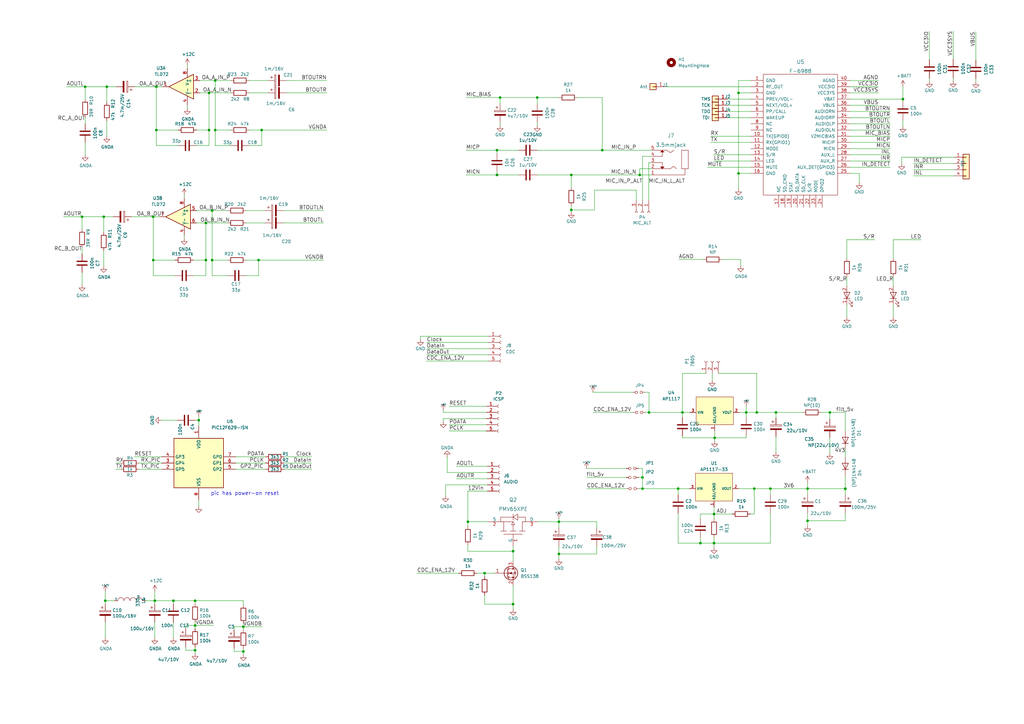
<source format=kicad_sch>
(kicad_sch (version 20211123) (generator eeschema)
  (paper "A3")
  (title_block (date "12 mar 2014"))
  (junction (at 34.925 35.56))
  (junction (at 266.192 169.164))
  (junction (at 346.71 200.533))
  (junction (at 107.315 53.34))
  (junction (at 71.12 246.38))
  (junction (at 86.995 86.36))
  (junction (at 287.274 222.758))
  (junction (at 64.135 53.34))
  (junction (at 85.725 53.34))
  (junction (at 99.822 257.048))
  (junction (at 220.345 40.005))
  (junction (at 81.5086 172.3644))
  (junction (at 86.995 106.68))
  (junction (at 315.976 200.406))
  (junction (at 331.216 200.406))
  (junction (at 292.862 222.758))
  (junction (at 318.262 169.164))
  (junction (at 203.835 71.755))
  (junction (at 198.755 235.077))
  (junction (at 99.822 267.208))
  (junction (at 64.135 35.56))
  (junction (at 203.835 61.595))
  (junction (at 234.315 71.755))
  (junction (at 309.372 200.406))
  (junction (at 302.895 38.1))
  (junction (at 84.455 106.68))
  (junction (at 229.235 213.995))
  (junction (at 191.897 213.995))
  (junction (at 263.525 200.406))
  (junction (at 292.862 210.82))
  (junction (at 210.439 226.06))
  (junction (at 88.265 33.02))
  (junction (at 80.01 246.38))
  (junction (at 263.525 195.834))
  (junction (at 43.18 246.38))
  (junction (at 80.01 256.54))
  (junction (at 370.332 40.64))
  (junction (at 262.382 71.755))
  (junction (at 63.5 246.38))
  (junction (at 33.655 88.9))
  (junction (at 43.815 35.56))
  (junction (at 310.388 169.164))
  (junction (at 278.13 200.406))
  (junction (at 302.895 71.12))
  (junction (at 293.116 179.578))
  (junction (at 340.36 169.164))
  (junction (at 229.235 227.203))
  (junction (at 234.315 86.106))
  (junction (at 346.71 200.406))
  (junction (at 42.545 88.9))
  (junction (at 210.439 247.777))
  (junction (at 62.865 88.9))
  (junction (at 80.01 266.7))
  (junction (at 84.455 91.44))
  (junction (at 205.105 40.005))
  (junction (at 85.725 38.1))
  (junction (at 279.908 169.164))
  (junction (at 247.015 61.595))
  (junction (at 88.265 53.34))
  (junction (at 306.07 169.164))
  (junction (at 106.045 106.68))
  (junction (at 62.865 106.68))
  (junction (at 331.216 213.614))
  (wire (pts (xy 262.001 200.406) (xy 263.525 200.406)))
  (wire (pts (xy 391.16 67.056) (xy 374.65 67.056)))
  (wire (pts (xy 84.455 91.44) (xy 93.345 91.44)))
  (wire (pts (xy 73.025 53.34) (xy 64.135 53.34)))
  (wire (pts (xy 84.455 91.44) (xy 84.455 106.68)))
  (wire (pts (xy 348.615 53.34) (xy 365.125 53.34)))
  (wire (pts (xy 346.71 210.566) (xy 346.71 213.614)))
  (wire (pts (xy 243.332 169.164) (xy 259.588 169.164)))
  (wire (pts (xy 96.012 257.048) (xy 99.822 257.048)))
  (wire (pts (xy 331.216 197.866) (xy 331.216 200.406)))
  (wire (pts (xy 81.5086 205.1558) (xy 81.5086 207.6958)))
  (wire (pts (xy 266.065 66.675) (xy 267.335 66.675)))
  (wire (pts (xy 287.274 222.758) (xy 292.862 222.758)))
  (wire (pts (xy 348.615 43.18) (xy 360.2482 43.18)))
  (wire (pts (xy 200.279 213.995) (xy 191.897 213.995)))
  (wire (pts (xy 63.5 242.57) (xy 63.5 246.38)))
  (wire (pts (xy 346.71 202.946) (xy 346.71 200.533)))
  (wire (pts (xy 263.525 200.406) (xy 278.13 200.406)))
  (wire (pts (xy 307.975 55.88) (xy 291.465 55.88)))
  (wire (pts (xy 33.655 101.6) (xy 33.655 104.14)))
  (wire (pts (xy 220.345 42.545) (xy 220.345 40.005)))
  (wire (pts (xy 348.615 48.26) (xy 365.125 48.26)))
  (wire (pts (xy 88.265 53.34) (xy 88.265 59.69)))
  (wire (pts (xy 264.541 160.909) (xy 266.192 160.909)))
  (wire (pts (xy 293.116 179.578) (xy 293.116 180.848)))
  (wire (pts (xy 80.645 53.34) (xy 85.725 53.34)))
  (wire (pts (xy 71.12 246.38) (xy 80.01 246.38)))
  (wire (pts (xy 106.045 113.03) (xy 106.045 106.68)))
  (wire (pts (xy 331.216 213.614) (xy 331.216 210.566)))
  (wire (pts (xy 181.8132 168.1988) (xy 181.8132 169.1386)))
  (wire (pts (xy 172.466 137.922) (xy 172.466 139.192)))
  (wire (pts (xy 346.71 200.406) (xy 331.216 200.406)))
  (wire (pts (xy 296.164 106.426) (xy 303.784 106.426)))
  (wire (pts (xy 346.71 176.784) (xy 346.71 169.164)))
  (wire (pts (xy 331.216 200.406) (xy 331.216 202.946)))
  (wire (pts (xy 210.439 226.06) (xy 210.439 224.155)))
  (wire (pts (xy 33.655 116.84) (xy 33.655 111.76)))
  (wire (pts (xy 310.388 169.164) (xy 306.07 169.164)))
  (wire (pts (xy 298.45 43.18) (xy 307.975 43.18)))
  (wire (pts (xy 71.12 246.38) (xy 71.12 247.65)))
  (wire (pts (xy 183.388 193.802) (xy 199.898 193.802)))
  (wire (pts (xy 175.006 140.462) (xy 200.406 140.462)))
  (wire (pts (xy 84.455 106.68) (xy 84.455 113.03)))
  (wire (pts (xy 42.545 88.9) (xy 46.355 88.9)))
  (wire (pts (xy 306.07 178.816) (xy 306.07 179.578)))
  (wire (pts (xy 347.345 124.968) (xy 347.345 130.048)))
  (wire (pts (xy 243.84 77.978) (xy 243.84 86.106)))
  (wire (pts (xy 132.715 91.44) (xy 116.205 91.44)))
  (wire (pts (xy 348.615 60.96) (xy 365.125 60.96)))
  (wire (pts (xy 287.274 212.852) (xy 287.274 210.82)))
  (wire (pts (xy 262.382 69.215) (xy 262.382 71.755)))
  (wire (pts (xy 62.865 88.9) (xy 62.865 106.68)))
  (wire (pts (xy 244.729 224.155) (xy 244.729 227.203)))
  (wire (pts (xy 369.824 64.516) (xy 391.16 64.516)))
  (wire (pts (xy 80.01 256.54) (xy 87.63 256.54)))
  (wire (pts (xy 191.135 40.005) (xy 205.105 40.005)))
  (wire (pts (xy 307.975 38.1) (xy 302.895 38.1)))
  (wire (pts (xy 210.439 247.777) (xy 198.755 247.777)))
  (wire (pts (xy 306.07 166.624) (xy 306.07 169.164)))
  (wire (pts (xy 99.822 267.208) (xy 99.822 268.478)))
  (wire (pts (xy 347.345 105.918) (xy 347.345 98.298)))
  (wire (pts (xy 293.116 176.784) (xy 293.116 179.578)))
  (wire (pts (xy 234.315 84.455) (xy 234.315 86.106)))
  (wire (pts (xy 346.71 169.164) (xy 340.36 169.164)))
  (wire (pts (xy 229.235 213.995) (xy 229.235 212.725)))
  (wire (pts (xy 203.835 61.595) (xy 191.135 61.595)))
  (wire (pts (xy 53.975 88.9) (xy 62.865 88.9)))
  (wire (pts (xy 43.815 41.91) (xy 43.815 35.56)))
  (wire (pts (xy 309.372 210.82) (xy 309.372 200.406)))
  (wire (pts (xy 96.012 257.048) (xy 96.012 258.318)))
  (wire (pts (xy 346.71 200.533) (xy 346.71 200.406)))
  (wire (pts (xy 307.975 45.72) (xy 298.45 45.72)))
  (wire (pts (xy 75.565 97.79) (xy 75.565 96.52)))
  (wire (pts (xy 287.274 210.82) (xy 292.862 210.82)))
  (wire (pts (xy 71.12 255.27) (xy 71.12 261.62)))
  (wire (pts (xy 370.332 35.56) (xy 370.332 40.64)))
  (wire (pts (xy 331.216 213.614) (xy 346.71 213.614)))
  (wire (pts (xy 303.784 108.966) (xy 303.784 106.426)))
  (wire (pts (xy 390.9314 24.3332) (xy 390.9314 12.7)))
  (wire (pts (xy 348.615 45.72) (xy 365.125 45.72)))
  (wire (pts (xy 234.315 76.835) (xy 234.315 71.755)))
  (wire (pts (xy 307.848 210.82) (xy 309.372 210.82)))
  (wire (pts (xy 100.965 86.36) (xy 108.585 86.36)))
  (wire (pts (xy 292.1 153.162) (xy 292.1 155.956)))
  (wire (pts (xy 210.439 249.809) (xy 210.439 247.777)))
  (wire (pts (xy 81.5086 170.8658) (xy 81.5086 172.3644)))
  (wire (pts (xy 210.439 240.157) (xy 210.439 247.777)))
  (wire (pts (xy 212.725 71.755) (xy 203.835 71.755)))
  (wire (pts (xy 172.466 137.922) (xy 200.406 137.922)))
  (wire (pts (xy 171.069 235.077) (xy 188.087 235.077)))
  (wire (pts (xy 80.01 246.38) (xy 99.822 246.38)))
  (wire (pts (xy 133.985 33.02) (xy 117.475 33.02)))
  (wire (pts (xy 266.065 82.169) (xy 266.065 66.675)))
  (wire (pts (xy 86.995 106.68) (xy 86.995 113.03)))
  (wire (pts (xy 88.265 33.02) (xy 88.265 53.34)))
  (wire (pts (xy 400.2532 24.638) (xy 400.2532 13.0048)))
  (wire (pts (xy 292.862 222.758) (xy 315.976 222.758)))
  (wire (pts (xy 264.668 169.164) (xy 266.192 169.164)))
  (wire (pts (xy 34.925 35.56) (xy 43.815 35.56)))
  (wire (pts (xy 85.725 38.1) (xy 85.725 53.34)))
  (wire (pts (xy 318.262 169.164) (xy 310.388 169.164)))
  (wire (pts (xy 203.835 62.865) (xy 203.835 61.595)))
  (wire (pts (xy 86.995 86.36) (xy 93.345 86.36)))
  (wire (pts (xy 102.235 59.69) (xy 107.315 59.69)))
  (wire (pts (xy 348.615 68.58) (xy 365.125 68.58)))
  (wire (pts (xy 199.4408 176.7586) (xy 184.2008 176.7586)))
  (wire (pts (xy 66.2686 192.4558) (xy 57.0738 192.4558)))
  (wire (pts (xy 198.755 235.077) (xy 198.755 236.474)))
  (wire (pts (xy 229.235 227.203) (xy 244.729 227.203)))
  (wire (pts (xy 287.274 220.472) (xy 287.274 222.758)))
  (wire (pts (xy 307.975 66.04) (xy 292.735 66.04)))
  (wire (pts (xy 175.006 143.002) (xy 200.406 143.002)))
  (wire (pts (xy 198.755 235.077) (xy 202.819 235.077)))
  (wire (pts (xy 315.976 210.566) (xy 315.976 222.758)))
  (wire (pts (xy 310.388 153.162) (xy 310.388 169.164)))
  (wire (pts (xy 307.975 71.12) (xy 302.895 71.12)))
  (wire (pts (xy 298.45 48.26) (xy 307.975 48.26)))
  (wire (pts (xy 391.16 69.596) (xy 374.65 69.596)))
  (wire (pts (xy 99.822 257.048) (xy 99.822 258.318)))
  (wire (pts (xy 199.4408 169.1386) (xy 181.8132 169.1386)))
  (wire (pts (xy 340.36 169.164) (xy 340.36 171.958)))
  (wire (pts (xy 260.985 77.978) (xy 243.84 77.978)))
  (wire (pts (xy 234.315 71.755) (xy 262.382 71.755)))
  (wire (pts (xy 263.525 192.151) (xy 263.525 195.834)))
  (wire (pts (xy 315.976 200.406) (xy 315.976 202.946)))
  (wire (pts (xy 85.725 38.1) (xy 94.615 38.1)))
  (wire (pts (xy 175.006 145.542) (xy 200.406 145.542)))
  (wire (pts (xy 76.2 265.43) (xy 76.2 266.7)))
  (wire (pts (xy 279.908 179.578) (xy 293.116 179.578)))
  (wire (pts (xy 263.525 195.834) (xy 263.525 200.406)))
  (wire (pts (xy 81.5086 172.3644) (xy 80.2386 172.3644)))
  (wire (pts (xy 99.822 257.048) (xy 107.442 257.048)))
  (wire (pts (xy 174.879 148.082) (xy 200.406 148.082)))
  (wire (pts (xy 76.835 26.67) (xy 76.835 27.94)))
  (wire (pts (xy 348.615 63.5) (xy 365.125 63.5)))
  (wire (pts (xy 318.262 185.42) (xy 318.262 179.07)))
  (wire (pts (xy 107.315 59.69) (xy 107.315 53.34)))
  (wire (pts (xy 266.192 160.909) (xy 266.192 169.164)))
  (wire (pts (xy 262.382 71.755) (xy 267.335 71.755)))
  (wire (pts (xy 64.135 35.56) (xy 64.135 53.34)))
  (wire (pts (xy 64.135 35.56) (xy 66.675 35.56)))
  (wire (pts (xy 62.865 106.68) (xy 62.865 113.03)))
  (wire (pts (xy 302.895 71.12) (xy 302.895 77.47)))
  (wire (pts (xy 75.565 80.01) (xy 75.565 81.28)))
  (wire (pts (xy 234.315 86.106) (xy 234.315 86.995)))
  (wire (pts (xy 63.5 246.38) (xy 63.5 247.65)))
  (wire (pts (xy 205.105 51.435) (xy 205.105 50.165)))
  (wire (pts (xy 80.01 266.7) (xy 80.01 267.97)))
  (wire (pts (xy 307.975 33.02) (xy 302.895 33.02)))
  (wire (pts (xy 34.925 63.5) (xy 34.925 58.42)))
  (wire (pts (xy 279.908 169.164) (xy 279.908 171.196)))
  (wire (pts (xy 195.707 235.077) (xy 198.755 235.077)))
  (wire (pts (xy 370.332 49.276) (xy 370.332 51.816)))
  (wire (pts (xy 400.2532 33.528) (xy 400.2532 32.258)))
  (wire (pts (xy 278.384 106.426) (xy 288.544 106.426)))
  (wire (pts (xy 391.16 72.136) (xy 374.65 72.136)))
  (wire (pts (xy 80.645 86.36) (xy 86.995 86.36)))
  (wire (pts (xy 293.116 179.578) (xy 306.07 179.578)))
  (wire (pts (xy 182.753 203.327) (xy 182.753 198.882)))
  (wire (pts (xy 191.897 226.06) (xy 210.439 226.06)))
  (wire (pts (xy 348.615 38.1) (xy 360.2482 38.1)))
  (wire (pts (xy 348.615 55.88) (xy 365.125 55.88)))
  (wire (pts (xy 370.332 40.64) (xy 370.332 41.656)))
  (wire (pts (xy 198.755 247.777) (xy 198.755 244.094)))
  (wire (pts (xy 27.305 35.56) (xy 34.925 35.56)))
  (wire (pts (xy 292.862 210.82) (xy 300.228 210.82)))
  (wire (pts (xy 267.335 69.215) (xy 262.382 69.215)))
  (wire (pts (xy 203.835 70.485) (xy 203.835 71.755)))
  (wire (pts (xy 47.498 192.4558) (xy 49.4538 192.4558)))
  (wire (pts (xy 199.898 191.262) (xy 187.198 191.262)))
  (wire (pts (xy 43.18 246.38) (xy 46.99 246.38)))
  (wire (pts (xy 43.18 242.57) (xy 43.18 246.38)))
  (wire (pts (xy 346.71 195.072) (xy 346.71 200.406)))
  (wire (pts (xy 260.985 82.169) (xy 260.985 77.978)))
  (wire (pts (xy 203.835 71.755) (xy 191.135 71.755)))
  (wire (pts (xy 66.2686 189.9158) (xy 57.1246 189.9158)))
  (wire (pts (xy 80.645 91.44) (xy 84.455 91.44)))
  (wire (pts (xy 102.235 33.02) (xy 109.855 33.02)))
  (wire (pts (xy 64.135 59.69) (xy 73.025 59.69)))
  (wire (pts (xy 100.965 91.44) (xy 108.585 91.44)))
  (wire (pts (xy 86.995 86.36) (xy 86.995 106.68)))
  (wire (pts (xy 199.4408 174.2186) (xy 184.2008 174.2186)))
  (wire (pts (xy 205.105 40.005) (xy 220.345 40.005)))
  (wire (pts (xy 369.824 67.056) (xy 369.824 64.516)))
  (wire (pts (xy 366.395 98.298) (xy 377.825 98.298)))
  (wire (pts (xy 348.615 66.04) (xy 365.125 66.04)))
  (wire (pts (xy 347.345 98.298) (xy 358.775 98.298)))
  (wire (pts (xy 108.8898 187.3758) (xy 96.7486 187.3758)))
  (wire (pts (xy 199.898 196.342) (xy 187.198 196.342)))
  (wire (pts (xy 96.7486 189.9158) (xy 108.8898 189.9158)))
  (wire (pts (xy 292.862 222.758) (xy 292.862 224.536)))
  (wire (pts (xy 306.07 169.164) (xy 306.07 171.196)))
  (wire (pts (xy 183.388 187.452) (xy 183.388 193.802)))
  (wire (pts (xy 88.265 59.69) (xy 94.615 59.69)))
  (wire (pts (xy 63.5 246.38) (xy 71.12 246.38)))
  (wire (pts (xy 302.895 33.02) (xy 302.895 38.1)))
  (wire (pts (xy 266.192 169.164) (xy 279.908 169.164)))
  (wire (pts (xy 294.64 153.162) (xy 310.388 153.162)))
  (wire (pts (xy 102.235 53.34) (xy 107.315 53.34)))
  (wire (pts (xy 348.615 50.8) (xy 365.125 50.8)))
  (wire (pts (xy 80.01 256.54) (xy 80.01 257.81)))
  (wire (pts (xy 381.2032 33.3248) (xy 381.2032 32.0548)))
  (wire (pts (xy 247.015 61.595) (xy 267.335 61.595)))
  (wire (pts (xy 191.897 213.995) (xy 191.897 215.9)))
  (wire (pts (xy 220.599 213.995) (xy 229.235 213.995)))
  (wire (pts (xy 191.897 223.52) (xy 191.897 226.06)))
  (wire (pts (xy 96.7486 192.4558) (xy 108.8898 192.4558)))
  (wire (pts (xy 292.862 210.82) (xy 292.862 212.852)))
  (wire (pts (xy 318.262 171.45) (xy 318.262 169.164)))
  (wire (pts (xy 99.822 248.158) (xy 99.822 246.38)))
  (wire (pts (xy 381.2032 24.4348) (xy 381.2032 12.8016)))
  (wire (pts (xy 352.425 74.93) (xy 352.425 71.12)))
  (wire (pts (xy 240.538 195.834) (xy 256.794 195.834)))
  (wire (pts (xy 348.615 35.56) (xy 360.2482 35.56)))
  (wire (pts (xy 303.022 200.406) (xy 309.372 200.406)))
  (wire (pts (xy 43.18 255.27) (xy 43.18 261.62)))
  (wire (pts (xy 229.235 213.995) (xy 229.235 216.535)))
  (wire (pts (xy 220.345 40.005) (xy 229.235 40.005)))
  (wire (pts (xy 292.862 220.472) (xy 292.862 222.758)))
  (wire (pts (xy 85.725 59.69) (xy 80.645 59.69)))
  (wire (pts (xy 59.69 246.38) (xy 63.5 246.38)))
  (wire (pts (xy 390.9314 33.2232) (xy 390.9314 31.9532)))
  (wire (pts (xy 289.56 153.162) (xy 279.908 153.162)))
  (wire (pts (xy 292.862 208.026) (xy 292.862 210.82)))
  (wire (pts (xy 132.715 86.36) (xy 116.205 86.36)))
  (wire (pts (xy 331.216 215.646) (xy 331.216 213.614)))
  (wire (pts (xy 346.71 184.404) (xy 346.71 187.452)))
  (wire (pts (xy 80.01 246.38) (xy 80.01 247.65)))
  (wire (pts (xy 93.345 106.68) (xy 86.995 106.68)))
  (wire (pts (xy 96.012 265.938) (xy 96.012 267.208)))
  (wire (pts (xy 86.995 113.03) (xy 93.345 113.03)))
  (wire (pts (xy 366.395 105.918) (xy 366.395 98.298)))
  (wire (pts (xy 191.897 201.422) (xy 191.897 213.995)))
  (wire (pts (xy 34.925 40.64) (xy 34.925 35.56)))
  (wire (pts (xy 84.455 113.03) (xy 79.375 113.03)))
  (wire (pts (xy 79.375 106.68) (xy 84.455 106.68)))
  (wire (pts (xy 279.908 153.162) (xy 279.908 169.164)))
  (wire (pts (xy 261.874 192.151) (xy 263.525 192.151)))
  (wire (pts (xy 43.815 55.88) (xy 43.815 49.53)))
  (wire (pts (xy 81.915 38.1) (xy 85.725 38.1)))
  (wire (pts (xy 348.615 71.12) (xy 352.425 71.12)))
  (wire (pts (xy 307.975 63.5) (xy 292.735 63.5)))
  (wire (pts (xy 340.36 169.164) (xy 336.804 169.164)))
  (wire (pts (xy 278.13 200.406) (xy 278.13 202.946)))
  (wire (pts (xy 220.345 51.435) (xy 220.345 50.165)))
  (wire (pts (xy 76.2 256.54) (xy 80.01 256.54)))
  (wire (pts (xy 210.439 226.06) (xy 210.439 229.997)))
  (wire (pts (xy 116.5098 192.4558) (xy 127.8382 192.4558)))
  (wire (pts (xy 55.1434 187.3758) (xy 66.2686 187.3758)))
  (wire (pts (xy 302.895 38.1) (xy 302.895 71.12)))
  (wire (pts (xy 133.985 38.1) (xy 117.475 38.1)))
  (wire (pts (xy 55.245 35.56) (xy 64.135 35.56)))
  (wire (pts (xy 199.4408 171.6786) (xy 181.8132 171.6786)))
  (wire (pts (xy 81.915 33.02) (xy 88.265 33.02)))
  (wire (pts (xy 94.615 53.34) (xy 88.265 53.34)))
  (wire (pts (xy 307.975 58.42) (xy 291.465 58.42)))
  (wire (pts (xy 34.925 48.26) (xy 34.925 50.8)))
  (wire (pts (xy 307.975 40.64) (xy 298.45 40.64)))
  (wire (pts (xy 229.235 229.235) (xy 229.235 227.203)))
  (wire (pts (xy 247.015 40.005) (xy 247.015 61.595)))
  (wire (pts (xy 88.265 33.02) (xy 94.615 33.02)))
  (wire (pts (xy 212.725 61.595) (xy 203.835 61.595)))
  (wire (pts (xy 116.5098 187.3758) (xy 127.8382 187.3758)))
  (wire (pts (xy 366.395 124.968) (xy 366.395 130.048)))
  (wire (pts (xy 191.897 201.422) (xy 199.898 201.422)))
  (wire (pts (xy 107.315 53.34) (xy 133.985 53.34)))
  (wire (pts (xy 96.012 267.208) (xy 99.822 267.208)))
  (wire (pts (xy 243.205 160.909) (xy 259.461 160.909)))
  (wire (pts (xy 340.36 185.928) (xy 340.36 179.578)))
  (wire (pts (xy 240.665 200.406) (xy 256.921 200.406)))
  (wire (pts (xy 366.395 113.538) (xy 366.395 117.348)))
  (wire (pts (xy 315.976 200.406) (xy 331.216 200.406)))
  (wire (pts (xy 42.545 109.22) (xy 42.545 102.87)))
  (wire (pts (xy 33.655 93.98) (xy 33.655 88.9)))
  (wire (pts (xy 278.13 222.758) (xy 287.274 222.758)))
  (wire (pts (xy 64.135 53.34) (xy 64.135 59.69)))
  (wire (pts (xy 81.5086 172.3644) (xy 81.5086 174.6758)))
  (wire (pts (xy 72.6186 172.3644) (xy 66.2686 172.3644)))
  (wire (pts (xy 76.835 44.45) (xy 76.835 43.18)))
  (wire (pts (xy 267.335 64.135) (xy 263.525 64.135)))
  (wire (pts (xy 229.235 227.203) (xy 229.235 224.155)))
  (wire (pts (xy 199.4408 166.5986) (xy 184.2008 166.5986)))
  (wire (pts (xy 240.538 192.151) (xy 256.794 192.151)))
  (wire (pts (xy 99.822 255.778) (xy 99.822 257.048)))
  (wire (pts (xy 329.184 169.164) (xy 318.262 169.164)))
  (wire (pts (xy 205.105 42.545) (xy 205.105 40.005)))
  (wire (pts (xy 26.035 88.9) (xy 33.655 88.9)))
  (wire (pts (xy 309.372 200.406) (xy 315.976 200.406)))
  (wire (pts (xy 43.18 246.38) (xy 43.18 247.65)))
  (wire (pts (xy 47.5488 189.9158) (xy 49.5046 189.9158)))
  (wire (pts (xy 99.822 265.938) (xy 99.822 267.208)))
  (wire (pts (xy 182.753 198.882) (xy 199.898 198.882)))
  (wire (pts (xy 307.975 68.58) (xy 290.195 68.58)))
  (wire (pts (xy 348.615 40.64) (xy 370.332 40.64)))
  (wire (pts (xy 76.2 266.7) (xy 80.01 266.7)))
  (wire (pts (xy 261.874 195.834) (xy 263.525 195.834)))
  (wire (pts (xy 229.235 213.995) (xy 244.729 213.995)))
  (wire (pts (xy 85.725 53.34) (xy 85.725 59.69)))
  (wire (pts (xy 279.908 178.816) (xy 279.908 179.578)))
  (wire (pts (xy 33.655 88.9) (xy 42.545 88.9)))
  (wire (pts (xy 80.01 255.27) (xy 80.01 256.54)))
  (wire (pts (xy 106.045 106.68) (xy 132.715 106.68)))
  (wire (pts (xy 220.345 61.595) (xy 247.015 61.595)))
  (wire (pts (xy 63.5 255.27) (xy 63.5 261.62)))
  (wire (pts (xy 272.923 35.56) (xy 307.975 35.56)))
  (wire (pts (xy 243.84 86.106) (xy 234.315 86.106)))
  (wire (pts (xy 279.908 169.164) (xy 282.956 169.164)))
  (wire (pts (xy 348.615 58.42) (xy 365.125 58.42)))
  (wire (pts (xy 100.965 106.68) (xy 106.045 106.68)))
  (wire (pts (xy 263.525 64.135) (xy 263.525 82.169)))
  (wire (pts (xy 62.865 113.03) (xy 71.755 113.03)))
  (wire (pts (xy 220.345 71.755) (xy 234.315 71.755)))
  (wire (pts (xy 303.276 169.164) (xy 306.07 169.164)))
  (wire (pts (xy 62.865 88.9) (xy 65.405 88.9)))
  (wire (pts (xy 244.729 213.995) (xy 244.729 216.535)))
  (wire (pts (xy 348.615 33.02) (xy 360.2482 33.02)))
  (wire (pts (xy 347.345 113.538) (xy 347.345 117.348)))
  (wire (pts (xy 181.8132 171.6786) (xy 181.8132 172.8978)))
  (wire (pts (xy 43.815 35.56) (xy 47.625 35.56)))
  (wire (pts (xy 236.855 40.005) (xy 247.015 40.005)))
  (wire (pts (xy 76.2 257.81) (xy 76.2 256.54)))
  (wire (pts (xy 102.235 38.1) (xy 109.855 38.1)))
  (wire (pts (xy 116.5098 189.9158) (xy 127.8382 189.9158)))
  (wire (pts (xy 71.755 106.68) (xy 62.865 106.68)))
  (wire (pts (xy 278.13 210.566) (xy 278.13 222.758)))
  (wire (pts (xy 80.01 265.43) (xy 80.01 266.7)))
  (wire (pts (xy 278.13 200.406) (xy 282.702 200.406)))
  (wire (pts (xy 100.965 113.03) (xy 106.045 113.03)))
  (wire (pts (xy 42.545 95.25) (xy 42.545 88.9)))
  (text "pic has power-on reset" (at 86.4362 203.3524 0) (effects (font (size 1.524 1.524)) (justify left bottom)))
  (label "ADJ" (at 293.878 210.82 0) (effects (font (size 1.524 1.524))))
  (label "3V6" (at 321.31 200.406 0) (effects (font (size 1.524 1.524))))
  (label "S{slash}R" (at 358.775 98.298 180) (effects (font (size 1.524 1.524))))
  (label "TX_PIC" (at 57.7596 192.4558 0) (effects (font (size 1.524 1.524))))
  (label "INL" (at 365.125 63.5 180) (effects (font (size 1.524 1.524))))
  (label "VGNDA" (at 87.63 256.54 180) (effects (font (size 1.524 1.524))))
  (label "PCLK" (at 108.3056 189.9158 180) (effects (font (size 1.524 1.524))))
  (label "AOUTL" (at 27.305 35.56 0) (effects (font (size 1.524 1.524))))
  (label "LED" (at 292.735 66.04 0) (effects (font (size 1.524 1.524))))
  (label "PCLK" (at 184.2008 176.7586 0) (effects (font (size 1.524 1.524))))
  (label "OA_A_OUT" (at 57.0484 35.56 0) (effects (font (size 1.524 1.524))))
  (label "MICN" (at 365.125 60.96 180) (effects (font (size 1.524 1.524))))
  (label "BTOUTLN" (at 365.125 53.34 180) (effects (font (size 1.524 1.524))))
  (label "DataOut" (at 127.8382 192.4558 180) (effects (font (size 1.524 1.524))))
  (label "RX" (at 47.5488 189.9158 0) (effects (font (size 1.524 1.524))))
  (label "OA_A_IN_N" (at 83.2104 38.1 0) (effects (font (size 1.524 1.524))))
  (label "RC_A_OUT" (at 34.925 49.7078 180) (effects (font (size 1.524 1.524))))
  (label "MIC_IN_L_ALT" (at 266.065 75.438 0) (effects (font (size 1.524 1.524))))
  (label "OA_B_IN_N" (at 82.1944 91.44 0) (effects (font (size 1.524 1.524))))
  (label "BTOUTL" (at 365.125 50.8 180) (effects (font (size 1.524 1.524))))
  (label "TX" (at 291.465 58.42 0) (effects (font (size 1.524 1.524))))
  (label "CDC_ENA_12V" (at 171.069 235.077 0) (effects (font (size 1.524 1.524))))
  (label "CDC_ENA_12V" (at 174.879 148.082 0) (effects (font (size 1.524 1.524))))
  (label "Clock" (at 127.8382 187.3758 180) (effects (font (size 1.524 1.524))))
  (label "S{slash}R_R" (at 347.345 115.6208 180) (effects (font (size 1.524 1.524))))
  (label "BTOUTR" (at 133.985 38.1 180) (effects (font (size 1.524 1.524))))
  (label "PDATA" (at 184.2008 174.2186 0) (effects (font (size 1.524 1.524))))
  (label "AOUTR" (at 26.035 88.9 0) (effects (font (size 1.524 1.524))))
  (label "AGND" (at 360.2482 33.02 180) (effects (font (size 1.524 1.524))))
  (label "DataOut" (at 175.006 145.542 0) (effects (font (size 1.524 1.524))))
  (label "LED" (at 377.825 98.298 180) (effects (font (size 1.524 1.524))))
  (label "MICN" (at 191.135 71.755 0) (effects (font (size 1.524 1.524))))
  (label "CDC_ENA_12V" (at 240.665 200.406 0) (effects (font (size 1.524 1.524))))
  (label "CDC_ENA_12V" (at 243.332 169.164 0) (effects (font (size 1.524 1.524))))
  (label "VCC3IO" (at 360.2482 35.56 180) (effects (font (size 1.524 1.524))))
  (label "4V3" (at 346.71 185.928 180) (effects (font (size 1.524 1.524))))
  (label "VGNDB" (at 107.442 257.048 180) (effects (font (size 1.524 1.524))))
  (label "RX" (at 291.465 55.88 0) (effects (font (size 1.524 1.524))))
  (label "DataIn" (at 175.006 143.002 0) (effects (font (size 1.524 1.524))))
  (label "PDATA" (at 108.331 187.3758 180) (effects (font (size 1.524 1.524))))
  (label "IN_DETECT" (at 365.125 68.58 180) (effects (font (size 1.524 1.524))))
  (label "MICP" (at 191.135 61.595 0) (effects (font (size 1.524 1.524))))
  (label "VCC3SYS" (at 360.2482 38.1 180) (effects (font (size 1.524 1.524))))
  (label "AOUTL" (at 187.198 191.262 0) (effects (font (size 1.524 1.524))))
  (label "AOUTR" (at 187.198 196.342 0) (effects (font (size 1.524 1.524))))
  (label "VBUS" (at 360.2482 43.18 180) (effects (font (size 1.524 1.524))))
  (label "BTOUTR" (at 365.125 48.26 180) (effects (font (size 1.524 1.524))))
  (label "VCC3IO" (at 381.2032 12.8016 270) (effects (font (size 1.524 1.524))))
  (label "12Vin" (at 191.897 201.422 0) (effects (font (size 1.524 1.524))))
  (label "RESET" (at 184.2008 166.5986 0) (effects (font (size 1.524 1.524))))
  (label "VGNDB" (at 132.715 106.68 180) (effects (font (size 1.524 1.524))))
  (label "INR" (at 374.65 69.596 0) (effects (font (size 1.524 1.524))))
  (label "filt_5v" (at 342.9 169.164 0) (effects (font (size 1.524 1.524))))
  (label "GP2_PIC" (at 98.4504 192.4558 0) (effects (font (size 1.524 1.524))))
  (label "INR" (at 365.125 66.04 180) (effects (font (size 1.524 1.524))))
  (label "MIC_BIAS" (at 365.125 55.88 180) (effects (font (size 1.524 1.524))))
  (label "MIC_BIAS" (at 191.135 40.005 0) (effects (font (size 1.524 1.524))))
  (label "Clock" (at 175.006 140.462 0) (effects (font (size 1.524 1.524))))
  (label "BTOUTRN" (at 365.125 45.72 180) (effects (font (size 1.524 1.524))))
  (label "VGNDA" (at 133.985 53.34 180) (effects (font (size 1.524 1.524))))
  (label "RESET" (at 55.1434 187.3758 0) (effects (font (size 1.524 1.524))))
  (label "OA_B_OUT" (at 56.0324 88.9 0) (effects (font (size 1.524 1.524))))
  (label "OA_B_IN_P" (at 81.6864 86.36 0) (effects (font (size 1.524 1.524))))
  (label "filt_5v" (at 240.538 195.834 0) (effects (font (size 1.524 1.524))))
  (label "VCC3SYS" (at 390.9314 12.7 270) (effects (font (size 1.524 1.524))))
  (label "MUTE" (at 290.195 68.58 0) (effects (font (size 1.524 1.524))))
  (label "AGND" (at 278.384 106.426 0) (effects (font (size 1.524 1.524))))
  (label "DataIn" (at 127.8382 189.9158 180) (effects (font (size 1.524 1.524))))
  (label "MIC_IN_N" (at 260.985 71.755 180) (effects (font (size 1.524 1.524))))
  (label "BTOUTRN" (at 133.985 33.02 180) (effects (font (size 1.524 1.524))))
  (label "MIC_IN_P" (at 260.985 61.595 180) (effects (font (size 1.524 1.524))))
  (label "INL" (at 374.65 72.136 0) (effects (font (size 1.524 1.524))))
  (label "LED_R" (at 366.395 115.5954 180) (effects (font (size 1.524 1.524))))
  (label "MICP" (at 365.125 58.42 180) (effects (font (size 1.524 1.524))))
  (label "BTOUTL" (at 132.715 91.44 180) (effects (font (size 1.524 1.524))))
  (label "OA_A_IN_P" (at 82.7024 33.02 0) (effects (font (size 1.524 1.524))))
  (label "S{slash}R" (at 292.735 63.5 0) (effects (font (size 1.524 1.524))))
  (label "RC_B_OUT" (at 33.655 103.2002 180) (effects (font (size 1.524 1.524))))
  (label "IN_DETECT" (at 374.65 67.056 0) (effects (font (size 1.524 1.524))))
  (label "RX_PIC" (at 57.7342 189.9158 0) (effects (font (size 1.524 1.524))))
  (label "BTOUTLN" (at 132.715 86.36 180) (effects (font (size 1.524 1.524))))
  (label "TX" (at 47.498 192.4558 0) (effects (font (size 1.524 1.524))))
  (label "VBUS" (at 400.2532 13.0048 270) (effects (font (size 1.524 1.524))))
  (label "MIC_IN_P_ALT" (at 263.525 75.438 180) (effects (font (size 1.524 1.524))))
  (symbol (lib_id "Device:R") (at 112.6998 189.9158 90) (unit 1)
    (property "Reference" "R2" (at 117.094 188.722 90))
    (property "Value" "3k3" (at 112.6998 189.9158 90))
    (property "Footprint" "Resistors_SMD.pretty:R_0805_HandSoldering" (effects hide))
  )
  (symbol (lib_id "Device:R") (at 112.6998 187.3758 90) (unit 1)
    (property "Reference" "R1" (at 117.094 186.182 90))
    (property "Value" "3k3" (at 112.6998 187.3758 90))
    (property "Footprint" "Resistors_SMD.pretty:R_0805_HandSoldering" (effects hide))
  )
  (symbol (lib_id "Device:R") (at 112.6998 192.4558 90) (unit 1)
    (property "Reference" "R5" (at 117.094 191.262 90))
    (property "Value" "3k3" (at 112.6998 192.4558 90))
    (property "Footprint" "Resistors_SMD.pretty:R_0805_HandSoldering" (effects hide))
  )
  (symbol (lib_id "vwcdpic-rescue:GND") (at 81.5086 207.6958 0) (unit 1)
    (property "Reference" "#PWR04" (effects hide))
    (property "Value" "GND" (effects hide))
  )
  (symbol (lib_id "atmegax8_with_bluetooth-rescue:C-RESCUE-atmegax8_with_bluetooth") (at 76.4286 172.3644 270) (unit 1)
    (property "Reference" "C4" (at 78.9686 173.6344 0) (effects (justify left)))
    (property "Value" "100n" (at 73.8886 173.6344 0) (effects (justify left)))
    (property "Footprint" "Capacitors_SMD.pretty:C_0805_HandSoldering" (effects hide))
  )
  (symbol (lib_id "atmegax8_with_bluetooth-rescue:+12V-RESCUE-atmegax8_with_bluetooth") (at 43.18 242.57 0) (unit 1)
    (property "Reference" "#PWR02" (effects hide))
    (property "Value" "+12V" (at 43.18 240.03 0) (effects (font (size 0.762 0.762))))
  )
  (symbol (lib_id "atmegax8_with_bluetooth-rescue:GND-RESCUE-atmegax8_with_bluetooth") (at 66.2686 172.3644 270) (unit 1)
    (property "Reference" "#PWR010" (effects hide))
    (property "Value" "GND" (at 62.4586 172.3644 0))
  )
  (symbol (lib_id "atmegax8_with_bluetooth-rescue:GND-RESCUE-atmegax8_with_bluetooth") (at 172.466 139.192 0) (unit 1)
    (property "Reference" "#PWR011" (effects hide))
    (property "Value" "GND" (at 172.466 143.002 0))
  )
  (symbol (lib_id "atmegax8_with_bluetooth-rescue:+BATT-RESCUE-atmegax8_with_bluetooth") (at 331.216 197.866 0) (unit 1)
    (property "Reference" "#PWR014" (effects hide))
    (property "Value" "+BATT" (at 331.6732 193.4464 0))
  )
  (symbol (lib_id "atmegax8_with_bluetooth-rescue:+BATT-RESCUE-atmegax8_with_bluetooth") (at 370.332 35.56 0) (unit 1)
    (property "Reference" "#PWR015" (effects hide))
    (property "Value" "+BATT" (at 370.7892 31.1404 0))
  )
  (symbol (lib_id "atmegax8_with_bluetooth-rescue:C-RESCUE-atmegax8_with_bluetooth") (at 370.332 45.466 0) (unit 1)
    (property "Reference" "C5" (at 373.253 44.2976 0) (effects (justify left)))
    (property "Value" "100n" (at 373.253 46.6344 0) (effects (justify left)))
    (property "Footprint" "Capacitors_SMD.pretty:C_0805_HandSoldering" (effects hide))
  )
  (symbol (lib_id "atmegax8_with_bluetooth-rescue:GND-RESCUE-atmegax8_with_bluetooth") (at 331.216 215.646 0) (unit 1)
    (property "Reference" "#PWR016" (effects hide))
    (property "Value" "GND" (at 331.216 219.456 0))
  )
  (symbol (lib_id "Connector:Conn_01x05_Female") (at 204.5208 171.6786 0) (unit 1)
    (property "Reference" "P2" (at 204.5208 161.3154 0))
    (property "Value" "ICSP" (at 204.5208 163.6522 0))
    (property "Footprint" "Pin_Headers.pretty:Pin_Header_Straight_1x05" (effects hide))
  )
  (symbol (lib_id "atmegax8_with_bluetooth-rescue:LM358-RESCUE-atmegax8_with_bluetooth") (at 74.295 35.56 0) (mirror y) (unit 1)
    (property "Reference" "U3" (at 67.945 27.94 0) (effects (justify left)))
    (property "Value" "TL072" (at 69.215 30.48 0) (effects (justify left)))
    (property "Footprint" "SMD_Packages:SOIC-8-N" (effects hide))
  )
  (symbol (lib_id "atmegax8_with_bluetooth-rescue:INDUCTOR-RESCUE-atmegax8_with_bluetooth") (at 53.34 246.38 0) (unit 1)
    (property "Reference" "L1" (at 58.8518 246.38 90))
    (property "Value" "330u" (at 56.515 246.38 90))
    (property "Footprint" "SMD_Packages.pretty:SMD-1210_Pol" (effects hide))
  )
  (symbol (lib_id "atmegax8_with_bluetooth-rescue:R-RESCUE-atmegax8_with_bluetooth") (at 80.01 251.46 180) (unit 1)
    (property "Reference" "R16" (at 81.788 250.2916 0) (effects (justify right)))
    (property "Value" "100k" (at 81.788 252.6284 0) (effects (justify right)))
    (property "Footprint" "Resistors_SMD.pretty:R_0805_HandSoldering" (effects hide))
  )
  (symbol (lib_id "atmegax8_with_bluetooth-rescue:R-RESCUE-atmegax8_with_bluetooth") (at 80.01 261.62 180) (unit 1)
    (property "Reference" "R17" (at 81.788 260.4516 0) (effects (justify right)))
    (property "Value" "100k" (at 81.788 262.7884 0) (effects (justify right)))
    (property "Footprint" "Resistors_SMD.pretty:R_0805_HandSoldering" (effects hide))
  )
  (symbol (lib_id "atmegax8_with_bluetooth-rescue:C-RESCUE-atmegax8_with_bluetooth") (at 71.12 251.46 0) (unit 1)
    (property "Reference" "C12" (at 74.041 250.2916 0) (effects (justify left)))
    (property "Value" "100n" (at 66.04 256.54 0) (effects (justify left)))
    (property "Footprint" "Capacitors_SMD.pretty:C_0805_HandSoldering" (effects hide))
  )
  (symbol (lib_id "atmegax8_with_bluetooth-rescue:CP-RESCUE-atmegax8_with_bluetooth") (at 63.5 251.46 0) (unit 1)
    (property "Reference" "C11" (at 66.421 250.2916 0) (effects (justify left)))
    (property "Value" "100u/16V" (at 53.34 257.81 0) (effects (justify left)))
    (property "Footprint" "Capacitors_Tantalum_SMD.pretty:TantalC_SizeD_EIA-7343_HandSoldering" (effects hide))
  )
  (symbol (lib_id "atmegax8_with_bluetooth-rescue:GNDA-RESCUE-atmegax8_with_bluetooth") (at 183.388 187.452 180) (unit 1)
    (property "Reference" "#PWR021" (effects hide))
    (property "Value" "GNDA" (at 183.388 183.642 0))
  )
  (symbol (lib_id "Device:CP") (at 43.18 251.46 0) (unit 1)
    (property "Reference" "C10" (at 46.101 250.2916 0) (effects (justify left)))
    (property "Value" "100u/16V" (at 46.101 252.6284 0) (effects (justify left)))
    (property "Footprint" "Capacitors_Tantalum_SMD.pretty:TantalC_SizeD_EIA-7343_HandSoldering" (effects hide))
  )
  (symbol (lib_id "atmegax8_with_bluetooth-rescue:CP-RESCUE-atmegax8_with_bluetooth") (at 76.2 261.62 0) (unit 1)
    (property "Reference" "C13" (at 73.66 256.54 0) (effects (justify left)))
    (property "Value" "4u7/10V" (at 64.77 270.51 0) (effects (justify left)))
    (property "Footprint" "Capacitors_Tantalum_SMD.pretty:TantalC_SizeA_EIA-3216_Wave" (effects hide))
  )
  (symbol (lib_id "atmegax8_with_bluetooth-rescue:CP-RESCUE-atmegax8_with_bluetooth") (at 113.665 38.1 90) (mirror x) (unit 1)
    (property "Reference" "C6" (at 120.904 44.958 90) (effects (justify left)))
    (property "Value" "1m/16V" (at 117.094 42.418 90) (effects (justify left)))
    (property "Footprint" "Capacitors_SMD.pretty:c_elec_5x5.8" (effects hide))
  )
  (symbol (lib_id "atmegax8_with_bluetooth-rescue:R-RESCUE-atmegax8_with_bluetooth") (at 98.425 38.1 90) (mirror x) (unit 1)
    (property "Reference" "R8" (at 99.695 40.64 90) (effects (justify right)))
    (property "Value" "2k2" (at 94.615 40.64 90) (effects (justify right)))
    (property "Footprint" "Resistors_SMD.pretty:R_0805_HandSoldering" (effects hide))
  )
  (symbol (lib_id "atmegax8_with_bluetooth-rescue:+12C-RESCUE-atmegax8_with_bluetooth") (at 63.5 242.57 0) (unit 1)
    (property "Reference" "#PWR023" (effects hide))
    (property "Value" "+12C" (at 63.9572 238.1504 0))
  )
  (symbol (lib_id "atmegax8_with_bluetooth-rescue:GNDA-RESCUE-atmegax8_with_bluetooth") (at 63.5 261.62 0) (unit 1)
    (property "Reference" "#PWR025" (effects hide))
    (property "Value" "GNDA" (at 63.7032 266.0396 0))
  )
  (symbol (lib_id "atmegax8_with_bluetooth-rescue:GNDA-RESCUE-atmegax8_with_bluetooth") (at 71.12 261.62 0) (unit 1)
    (property "Reference" "#PWR026" (effects hide))
    (property "Value" "GNDA" (at 71.3232 266.0396 0))
  )
  (symbol (lib_id "atmegax8_with_bluetooth-rescue:GNDA-RESCUE-atmegax8_with_bluetooth") (at 80.01 267.97 0) (unit 1)
    (property "Reference" "#PWR027" (effects hide))
    (property "Value" "GNDA" (at 80.2132 272.3896 0))
  )
  (symbol (lib_id "atmegax8_with_bluetooth-rescue:CP-RESCUE-atmegax8_with_bluetooth") (at 113.665 33.02 90) (mirror x) (unit 1)
    (property "Reference" "C21" (at 120.142 30.734 90) (effects (justify left)))
    (property "Value" "1m/16V" (at 116.332 28.194 90) (effects (justify left)))
    (property "Footprint" "Capacitors_SMD.pretty:c_elec_5x5.8" (effects hide))
  )
  (symbol (lib_id "atmegax8_with_bluetooth-rescue:R-RESCUE-atmegax8_with_bluetooth") (at 98.425 33.02 270) (mirror x) (unit 1)
    (property "Reference" "R23" (at 97.155 30.48 90) (effects (justify right)))
    (property "Value" "2k2" (at 102.235 30.48 90) (effects (justify right)))
    (property "Footprint" "Resistors_SMD.pretty:R_0805_HandSoldering" (effects hide))
  )
  (symbol (lib_id "atmegax8_with_bluetooth-rescue:R-RESCUE-atmegax8_with_bluetooth") (at 98.425 53.34 270) (mirror x) (unit 1)
    (property "Reference" "R24" (at 97.155 50.8 90) (effects (justify right)))
    (property "Value" "47k" (at 102.235 50.8 90) (effects (justify right)))
    (property "Footprint" "Resistors_SMD.pretty:R_0805_HandSoldering" (effects hide))
  )
  (symbol (lib_id "atmegax8_with_bluetooth-rescue:R-RESCUE-atmegax8_with_bluetooth") (at 76.835 53.34 270) (mirror x) (unit 1)
    (property "Reference" "R18" (at 75.565 50.8 90) (effects (justify right)))
    (property "Value" "47k" (at 80.645 50.8 90) (effects (justify right)))
    (property "Footprint" "Resistors_SMD.pretty:R_0805_HandSoldering" (effects hide))
  )
  (symbol (lib_id "atmegax8_with_bluetooth-rescue:CP-RESCUE-atmegax8_with_bluetooth") (at 51.435 35.56 270) (mirror x) (unit 1)
    (property "Reference" "C14" (at 52.705 44.45 0) (effects (justify left)))
    (property "Value" "4.7m/25V" (at 50.165 48.26 0) (effects (justify left)))
    (property "Footprint" "Capacitors_SMD.pretty:c_elec_5x5.8" (effects hide))
  )
  (symbol (lib_id "atmegax8_with_bluetooth-rescue:C-RESCUE-atmegax8_with_bluetooth") (at 76.835 59.69 90) (unit 1)
    (property "Reference" "C16" (at 81.28 58.42 90))
    (property "Value" "33p" (at 72.39 57.785 90))
    (property "Footprint" "Capacitors_SMD.pretty:C_0805_HandSoldering" (effects hide))
  )
  (symbol (lib_id "atmegax8_with_bluetooth-rescue:C-RESCUE-atmegax8_with_bluetooth") (at 98.425 59.69 90) (unit 1)
    (property "Reference" "C18" (at 103.505 58.42 90))
    (property "Value" "33p" (at 93.345 58.42 90))
    (property "Footprint" "Capacitors_SMD.pretty:C_0805_HandSoldering" (effects hide))
  )
  (symbol (lib_id "atmegax8_with_bluetooth-rescue:+12C-RESCUE-atmegax8_with_bluetooth") (at 76.835 26.67 0) (unit 1)
    (property "Reference" "#PWR030" (effects hide))
    (property "Value" "+12C" (at 77.2922 22.2504 0))
  )
  (symbol (lib_id "atmegax8_with_bluetooth-rescue:GNDA-RESCUE-atmegax8_with_bluetooth") (at 76.835 44.45 0) (unit 1)
    (property "Reference" "#PWR031" (effects hide))
    (property "Value" "GNDA" (at 77.0382 48.8696 0))
  )
  (symbol (lib_id "atmegax8_with_bluetooth-rescue:R-RESCUE-atmegax8_with_bluetooth") (at 43.815 45.72 0) (mirror x) (unit 1)
    (property "Reference" "R12" (at 46.355 44.45 90) (effects (justify right)))
    (property "Value" "47k" (at 46.355 49.53 90) (effects (justify right)))
    (property "Footprint" "Resistors_SMD.pretty:R_0805_HandSoldering" (effects hide))
  )
  (symbol (lib_id "atmegax8_with_bluetooth-rescue:GNDA-RESCUE-atmegax8_with_bluetooth") (at 43.815 55.88 0) (unit 1)
    (property "Reference" "#PWR032" (effects hide))
    (property "Value" "GNDA" (at 44.0182 60.2996 0))
  )
  (symbol (lib_id "atmegax8_with_bluetooth-rescue:C-RESCUE-atmegax8_with_bluetooth") (at 34.925 54.61 0) (unit 1)
    (property "Reference" "C8" (at 41.3512 54.61 90))
    (property "Value" "100n" (at 39.0144 54.61 90))
    (property "Footprint" "Capacitors_SMD.pretty:C_0805_HandSoldering" (effects hide))
  )
  (symbol (lib_id "atmegax8_with_bluetooth-rescue:R-RESCUE-atmegax8_with_bluetooth") (at 34.925 44.45 0) (mirror x) (unit 1)
    (property "Reference" "R10" (at 37.465 43.18 90) (effects (justify right)))
    (property "Value" "39R" (at 37.465 48.26 90) (effects (justify right)))
    (property "Footprint" "Resistors_SMD.pretty:R_0805_HandSoldering" (effects hide))
  )
  (symbol (lib_id "atmegax8_with_bluetooth-rescue:GNDA-RESCUE-atmegax8_with_bluetooth") (at 34.925 63.5 0) (unit 1)
    (property "Reference" "#PWR033" (effects hide))
    (property "Value" "GNDA" (at 35.1282 67.9196 0))
  )
  (symbol (lib_id "atmegax8_with_bluetooth-rescue:CP-RESCUE-atmegax8_with_bluetooth") (at 112.395 91.44 90) (mirror x) (unit 1)
    (property "Reference" "C20" (at 119.38 99.06 90) (effects (justify left)))
    (property "Value" "1m/16V" (at 115.57 96.52 90) (effects (justify left)))
    (property "Footprint" "Capacitors_SMD.pretty:c_elec_5x5.8" (effects hide))
  )
  (symbol (lib_id "atmegax8_with_bluetooth-rescue:R-RESCUE-atmegax8_with_bluetooth") (at 97.155 91.44 90) (mirror x) (unit 1)
    (property "Reference" "R21" (at 98.425 93.98 90) (effects (justify right)))
    (property "Value" "2k2" (at 93.345 93.98 90) (effects (justify right)))
    (property "Footprint" "Resistors_SMD.pretty:R_0805_HandSoldering" (effects hide))
  )
  (symbol (lib_id "atmegax8_with_bluetooth-rescue:CP-RESCUE-atmegax8_with_bluetooth") (at 112.395 86.36 90) (mirror x) (unit 1)
    (property "Reference" "C19" (at 118.11 83.82 90) (effects (justify left)))
    (property "Value" "1m/16V" (at 114.3 81.28 90) (effects (justify left)))
    (property "Footprint" "Capacitors_SMD.pretty:c_elec_5x5.8" (effects hide))
  )
  (symbol (lib_id "atmegax8_with_bluetooth-rescue:R-RESCUE-atmegax8_with_bluetooth") (at 97.155 86.36 270) (mirror x) (unit 1)
    (property "Reference" "R20" (at 95.885 83.82 90) (effects (justify right)))
    (property "Value" "2k2" (at 100.965 83.82 90) (effects (justify right)))
    (property "Footprint" "Resistors_SMD.pretty:R_0805_HandSoldering" (effects hide))
  )
  (symbol (lib_id "atmegax8_with_bluetooth-rescue:R-RESCUE-atmegax8_with_bluetooth") (at 97.155 106.68 270) (mirror x) (unit 1)
    (property "Reference" "R22" (at 95.885 104.14 90) (effects (justify right)))
    (property "Value" "47k" (at 100.965 104.14 90) (effects (justify right)))
    (property "Footprint" "Resistors_SMD.pretty:R_0805_HandSoldering" (effects hide))
  )
  (symbol (lib_id "atmegax8_with_bluetooth-rescue:R-RESCUE-atmegax8_with_bluetooth") (at 75.565 106.68 270) (mirror x) (unit 1)
    (property "Reference" "R15" (at 74.295 104.14 90) (effects (justify right)))
    (property "Value" "47k" (at 79.375 104.14 90) (effects (justify right)))
    (property "Footprint" "Resistors_SMD.pretty:R_0805_HandSoldering" (effects hide))
  )
  (symbol (lib_id "atmegax8_with_bluetooth-rescue:CP-RESCUE-atmegax8_with_bluetooth") (at 50.165 88.9 270) (mirror x) (unit 1)
    (property "Reference" "C9" (at 51.435 97.79 0) (effects (justify left)))
    (property "Value" "4.7m/25V" (at 48.895 101.6 0) (effects (justify left)))
    (property "Footprint" "Capacitors_SMD.pretty:c_elec_5x5.8" (effects hide))
  )
  (symbol (lib_id "atmegax8_with_bluetooth-rescue:C-RESCUE-atmegax8_with_bluetooth") (at 75.565 113.03 90) (unit 1)
    (property "Reference" "C15" (at 75.438 118.5672 90))
    (property "Value" "33p" (at 75.438 120.904 90))
    (property "Footprint" "Capacitors_SMD.pretty:C_0805_HandSoldering" (effects hide))
  )
  (symbol (lib_id "atmegax8_with_bluetooth-rescue:C-RESCUE-atmegax8_with_bluetooth") (at 97.155 113.03 90) (unit 1)
    (property "Reference" "C17" (at 96.774 116.5352 90))
    (property "Value" "33p" (at 96.774 118.872 90))
    (property "Footprint" "Capacitors_SMD.pretty:C_0805_HandSoldering" (effects hide))
  )
  (symbol (lib_id "atmegax8_with_bluetooth-rescue:+12C-RESCUE-atmegax8_with_bluetooth") (at 75.565 80.01 0) (unit 1)
    (property "Reference" "#PWR034" (effects hide))
    (property "Value" "+12C" (at 76.0222 75.5904 0))
  )
  (symbol (lib_id "atmegax8_with_bluetooth-rescue:GNDA-RESCUE-atmegax8_with_bluetooth") (at 75.565 97.79 0) (unit 1)
    (property "Reference" "#PWR035" (effects hide))
    (property "Value" "GNDA" (at 75.7682 102.2096 0))
  )
  (symbol (lib_id "atmegax8_with_bluetooth-rescue:R-RESCUE-atmegax8_with_bluetooth") (at 42.545 99.06 0) (mirror x) (unit 1)
    (property "Reference" "R11" (at 45.085 97.79 90) (effects (justify right)))
    (property "Value" "47k" (at 45.085 102.87 90) (effects (justify right)))
    (property "Footprint" "Resistors_SMD.pretty:R_0805_HandSoldering" (effects hide))
  )
  (symbol (lib_id "atmegax8_with_bluetooth-rescue:GNDA-RESCUE-atmegax8_with_bluetooth") (at 42.545 109.22 0) (unit 1)
    (property "Reference" "#PWR036" (effects hide))
    (property "Value" "GNDA" (at 42.7482 113.6396 0))
  )
  (symbol (lib_id "atmegax8_with_bluetooth-rescue:C-RESCUE-atmegax8_with_bluetooth") (at 33.655 107.95 0) (unit 1)
    (property "Reference" "C7" (at 40.0812 107.95 90))
    (property "Value" "100n" (at 37.7444 107.95 90))
    (property "Footprint" "Capacitors_SMD.pretty:C_0805_HandSoldering" (effects hide))
  )
  (symbol (lib_id "atmegax8_with_bluetooth-rescue:R-RESCUE-atmegax8_with_bluetooth") (at 33.655 97.79 0) (mirror x) (unit 1)
    (property "Reference" "R9" (at 36.195 96.52 90) (effects (justify right)))
    (property "Value" "39R" (at 36.195 101.6 90) (effects (justify right)))
    (property "Footprint" "Resistors_SMD.pretty:R_0805_HandSoldering" (effects hide))
  )
  (symbol (lib_id "atmegax8_with_bluetooth-rescue:GNDA-RESCUE-atmegax8_with_bluetooth") (at 33.655 116.84 0) (unit 1)
    (property "Reference" "#PWR037" (effects hide))
    (property "Value" "GNDA" (at 33.8582 121.2596 0))
  )
  (symbol (lib_name "Device:CP_1") (lib_id "Device:CP") (at 205.105 46.355 0) (unit 1)
    (property "Reference" "C22" (at 208.026 45.1866 0) (effects (justify left)))
    (property "Value" "4u7/10V" (at 208.026 47.5234 0) (effects (justify left)))
    (property "Footprint" "Capacitors_Tantalum_SMD.pretty:TantalC_SizeA_EIA-3216_Wave" (effects hide))
  )
  (symbol (lib_id "atmegax8_with_bluetooth-rescue:R-RESCUE-atmegax8_with_bluetooth") (at 233.045 40.005 270) (mirror x) (unit 1)
    (property "Reference" "R27" (at 233.045 34.7218 90))
    (property "Value" "1k" (at 233.045 37.059 90))
    (property "Footprint" "Resistors_SMD.pretty:R_0805_HandSoldering" (effects hide))
  )
  (symbol (lib_id "Device:C") (at 216.535 61.595 90) (unit 1)
    (property "Reference" "C23" (at 216.535 55.1688 90))
    (property "Value" "1u/10V" (at 216.535 57.5056 90))
    (property "Footprint" "Capacitors_SMD.pretty:C_1206_HandSoldering" (effects hide))
  )
  (symbol (lib_id "atmegax8_with_bluetooth-rescue:GND-RESCUE-atmegax8_with_bluetooth") (at 205.105 51.435 0) (unit 1)
    (property "Reference" "#PWR038" (effects hide))
    (property "Value" "GND" (at 205.105 55.245 0))
  )
  (symbol (lib_id "atmegax8_with_bluetooth-rescue:LM358-RESCUE-atmegax8_with_bluetooth") (at 73.025 88.9 0) (mirror y) (unit 2)
    (property "Reference" "U3" (at 66.675 81.28 0) (effects (justify left)))
    (property "Value" "TL072" (at 67.945 83.82 0) (effects (justify left)))
    (property "Footprint" "SMD_Packages:SOIC-8-N" (effects hide))
  )
  (symbol (lib_id "Device:C") (at 216.535 71.755 90) (unit 1)
    (property "Reference" "C27" (at 216.535 65.3288 90))
    (property "Value" "1u/10V" (at 216.535 67.6656 90))
    (property "Footprint" "Capacitors_SMD.pretty:C_1206_HandSoldering" (effects hide))
  )
  (symbol (lib_id "atmegax8_with_bluetooth-rescue:C-RESCUE-atmegax8_with_bluetooth") (at 203.835 66.675 0) (unit 1)
    (property "Reference" "C26" (at 210.2612 66.675 90))
    (property "Value" "10n" (at 207.9244 66.675 90))
    (property "Footprint" "Capacitors_SMD.pretty:C_0805_HandSoldering" (effects hide))
  )
  (symbol (lib_id "atmegax8_with_bluetooth-rescue:C-RESCUE-atmegax8_with_bluetooth") (at 220.345 46.355 0) (unit 1)
    (property "Reference" "C28" (at 226.7712 46.355 90))
    (property "Value" "100n" (at 224.4344 46.355 90))
    (property "Footprint" "Capacitors_SMD:C_0805_HandSoldering" (effects hide))
  )
  (symbol (lib_id "atmegax8_with_bluetooth-rescue:GND-RESCUE-atmegax8_with_bluetooth") (at 220.345 51.435 0) (unit 1)
    (property "Reference" "#PWR013" (effects hide))
    (property "Value" "GND" (at 220.345 55.245 0))
  )
  (symbol (lib_id "atmegax8_with_bluetooth-rescue:R-RESCUE-atmegax8_with_bluetooth") (at 234.315 80.645 0) (mirror x) (unit 1)
    (property "Reference" "R25" (at 239.5982 80.645 90))
    (property "Value" "1k" (at 237.261 80.645 90))
    (property "Footprint" "Resistors_SMD.pretty:R_0805_HandSoldering" (effects hide))
  )
  (symbol (lib_id "atmegax8_with_bluetooth-rescue:GND-RESCUE-atmegax8_with_bluetooth") (at 234.315 86.995 0) (unit 1)
    (property "Reference" "#PWR029" (effects hide))
    (property "Value" "GND" (at 234.315 90.805 0))
  )
  (symbol (lib_id "atmegax8_with_bluetooth-rescue:GND-RESCUE-atmegax8_with_bluetooth") (at 302.895 77.47 0) (unit 1)
    (property "Reference" "#PWR043" (effects hide))
    (property "Value" "GND" (at 302.895 81.28 0))
  )
  (symbol (lib_id "atmegax8_with_bluetooth-rescue:GND-RESCUE-atmegax8_with_bluetooth") (at 352.425 74.93 0) (unit 1)
    (property "Reference" "#PWR044" (effects hide))
    (property "Value" "GND" (at 352.425 78.74 0))
  )
  (symbol (lib_id "atmegax8_with_bluetooth-rescue:GND-RESCUE-atmegax8_with_bluetooth") (at 347.345 130.048 0) (unit 1)
    (property "Reference" "#PWR041" (effects hide))
    (property "Value" "GND" (at 347.345 133.858 0))
  )
  (symbol (lib_id "atmegax8_with_bluetooth-rescue:LED-RESCUE-atmegax8_with_bluetooth") (at 347.345 121.158 90) (unit 1)
    (property "Reference" "D2" (at 350.3168 120.1928 90) (effects (justify right)))
    (property "Value" "LED" (at 350.3168 122.5042 90) (effects (justify right)))
    (property "Footprint" "LEDs:LED_0805_HandSoldering" (effects hide))
  )
  (symbol (lib_id "atmegax8_with_bluetooth-rescue:R-RESCUE-atmegax8_with_bluetooth") (at 347.345 109.728 0) (unit 1)
    (property "Reference" "R26" (at 352.6282 109.728 90))
    (property "Value" "1k" (at 350.2914 109.728 90))
    (property "Footprint" "Resistors_SMD.pretty:R_0805_HandSoldering" (effects hide))
  )
  (symbol (lib_id "atmegax8_with_bluetooth-rescue:GND-RESCUE-atmegax8_with_bluetooth") (at 366.395 130.048 0) (unit 1)
    (property "Reference" "#PWR042" (effects hide))
    (property "Value" "GND" (at 366.395 133.858 0))
  )
  (symbol (lib_id "atmegax8_with_bluetooth-rescue:LED-RESCUE-atmegax8_with_bluetooth") (at 366.395 121.158 90) (unit 1)
    (property "Reference" "D3" (at 369.3668 120.1928 90) (effects (justify right)))
    (property "Value" "LED" (at 369.3668 122.5042 90) (effects (justify right)))
    (property "Footprint" "LEDs:LED_0805_HandSoldering" (effects hide))
  )
  (symbol (lib_id "atmegax8_with_bluetooth-rescue:R-RESCUE-atmegax8_with_bluetooth") (at 366.395 109.728 0) (unit 1)
    (property "Reference" "R31" (at 371.6782 109.728 90))
    (property "Value" "1k" (at 369.3414 109.728 90))
    (property "Footprint" "Resistors_SMD.pretty:R_0805_HandSoldering" (effects hide))
  )
  (symbol (lib_id "atmegax8_with_bluetooth-rescue:Conn_01x04-RESCUE-atmegax8_with_bluetooth") (at 396.24 67.056 0) (unit 1)
    (property "Reference" "P3" (at 394.97 67.056 90))
    (property "Value" "AUX" (effects hide))
    (property "Footprint" "Pin_Headers.pretty:Pin_Header_Straight_1x04" (effects hide))
  )
  (symbol (lib_id "atmegax8_with_bluetooth-rescue:GND-RESCUE-atmegax8_with_bluetooth") (at 369.824 67.056 0) (unit 1)
    (property "Reference" "#PWR045" (effects hide))
    (property "Value" "GND" (at 369.824 70.866 0))
  )
  (symbol (lib_id "Connector_Generic:Conn_01x01") (at 293.37 40.64 180) (unit 1)
    (property "Reference" "J2" (at 298.45 39.624 0))
    (property "Value" "TMS" (at 289.56 40.64 0))
    (property "Footprint" "modules:1pin_smd" (effects hide))
  )
  (symbol (lib_id "Connector_Generic:Conn_01x01") (at 293.37 43.18 180) (unit 1)
    (property "Reference" "J3" (at 298.45 42.164 0))
    (property "Value" "TCK" (at 289.56 43.18 0))
    (property "Footprint" "modules:1pin_smd" (effects hide))
  )
  (symbol (lib_id "Connector_Generic:Conn_01x01") (at 293.37 45.72 180) (unit 1)
    (property "Reference" "J4" (at 298.45 44.958 0))
    (property "Value" "TDO" (at 289.56 45.72 0))
    (property "Footprint" "modules:1pin_smd" (effects hide))
  )
  (symbol (lib_id "Connector_Generic:Conn_01x01") (at 293.37 48.26 180) (unit 1)
    (property "Reference" "J5" (at 298.45 47.498 0))
    (property "Value" "TDI" (at 289.56 48.26 0))
    (property "Footprint" "modules:1pin_smd" (effects hide))
  )
  (symbol (lib_id "Connector_Generic:Conn_01x01") (at 267.843 35.56 180) (unit 1)
    (property "Reference" "J1" (at 272.923 34.798 0))
    (property "Value" "Ant" (at 264.033 35.56 0))
    (property "Footprint" "modules:1pin_smd" (effects hide))
  )
  (symbol (lib_id "atmegax8_with_bluetooth-rescue:GNDA-RESCUE-atmegax8_with_bluetooth") (at 43.18 261.62 0) (unit 1)
    (property "Reference" "#PWR0101" (effects hide))
    (property "Value" "GNDA" (at 43.3832 266.0396 0))
  )
  (symbol (lib_id "atmegax8_with_bluetooth-rescue:GNDA-RESCUE-atmegax8_with_bluetooth") (at 182.753 203.327 0) (unit 1)
    (property "Reference" "#PWR0103" (effects hide))
    (property "Value" "GNDA" (at 182.9562 207.7466 0))
  )
  (symbol (lib_id "Device:Jumper_NO_Small") (at 262.128 169.164 0) (unit 1)
    (property "Reference" "JP5" (at 262.509 166.37 0))
    (property "Value" "Jumper_NO_Small" (effects hide))
    (property "Footprint" "Jumper:SolderJumper-2_P1.3mm_Open_TrianglePad1.0x1.5mm" (effects hide))
  )
  (symbol (lib_id "atmegax8_with_bluetooth-rescue:GNDA-RESCUE-atmegax8_with_bluetooth") (at 303.784 108.966 0) (unit 1)
    (property "Reference" "#PWR0111" (effects hide))
    (property "Value" "GNDA" (at 303.9872 113.3856 0))
  )
  (symbol (lib_id "atmegax8_with_bluetooth-rescue:CP-RESCUE-atmegax8_with_bluetooth") (at 96.012 262.128 0) (unit 1)
    (property "Reference" "C3" (at 93.472 257.048 0) (effects (justify left)))
    (property "Value" "4u7/10V" (at 84.582 271.018 0) (effects (justify left)))
    (property "Footprint" "Capacitors_Tantalum_SMD.pretty:TantalC_SizeA_EIA-3216_Wave" (effects hide))
  )
  (symbol (lib_id "Device:Jumper_NO_Small") (at 262.001 160.909 0) (unit 1)
    (property "Reference" "JP4" (at 262.382 158.115 0))
    (property "Value" "Jumper_NO_Small" (effects hide))
    (property "Footprint" "Jumper:SolderJumper-2_P1.3mm_Open_TrianglePad1.0x1.5mm" (effects hide))
  )
  (symbol (lib_id "Mechanical:MountingHole") (at 275.336 25.654 0) (unit 1)
    (property "Reference" "H1" (at 278.13 24.3839 0) (effects (justify left)))
    (property "Value" "MountingHole" (at 278.13 26.9239 0) (effects (justify left)))
    (property "Footprint" "pcb_outline_for_boxes:KM21" (effects hide))
  )
  (symbol (lib_id "pmosfet-gsd:PMOSFET-GSD") (at 210.439 216.535 270) (mirror x) (unit 1)
    (property "Reference" "Q2" (at 210.439 204.978 90) (effects (font (size 1.524 1.524))))
    (property "Value" "PMV65XPE" (at 210.439 208.788 90) (effects (font (size 1.524 1.524))))
    (property "Footprint" "Housings_SOT-23_SOT-143_TSOT-6.pretty:SOT-23" (effects hide))
  )
  (symbol (lib_id "atmegax8_with_bluetooth-rescue:R-RESCUE-atmegax8_with_bluetooth") (at 332.994 169.164 90) (unit 1)
    (property "Reference" "R28" (at 332.994 163.8808 90))
    (property "Value" "NP(10)" (at 332.994 166.2176 90))
    (property "Footprint" "Resistors_SMD.pretty:R_0805_HandSoldering" (effects hide))
  )
  (symbol (lib_id "atmegax8_with_bluetooth-rescue:GND-RESCUE-atmegax8_with_bluetooth") (at 292.1 155.956 0) (unit 1)
    (property "Reference" "#PWR0112" (effects hide))
    (property "Value" "GND" (at 292.1 159.766 0))
  )
  (symbol (lib_id "atmegax8_with_bluetooth-rescue:R-RESCUE-atmegax8_with_bluetooth") (at 292.862 216.662 0) (unit 1)
    (property "Reference" "R13" (at 298.1452 216.662 90))
    (property "Value" "1k" (at 295.8084 216.662 90))
    (property "Footprint" "Resistors_SMD.pretty:R_0805_HandSoldering" (effects hide))
  )
  (symbol (lib_id "atmegax8_with_bluetooth-rescue:+12V-RESCUE-atmegax8_with_bluetooth") (at 240.538 192.151 0) (unit 1)
    (property "Reference" "#PWR0118" (effects hide))
    (property "Value" "+12V" (at 240.538 189.611 0) (effects (font (size 0.762 0.762))))
  )
  (symbol (lib_id "phonejack:3.5mmjack") (at 273.685 65.405 0) (mirror x) (unit 1)
    (property "Reference" "J7" (at 275.209 55.626 0) (effects (font (size 1.524 1.524))))
    (property "Value" "3.5mmjack" (at 275.209 59.436 0) (effects (font (size 1.524 1.524))))
    (property "Footprint" "jacks:3.5mm_stereo_jack_PJ306M" (effects hide))
    (property "Datasheet" "http://www.scpre.com.tw/ProductPage/101/2" (effects hide))
  )
  (symbol (lib_id "atmegax8_with_bluetooth-rescue:D-RESCUE-atmegax8_with_bluetooth") (at 346.71 191.262 90) (unit 1)
    (property "Reference" "D4" (at 352.6028 193.929 0))
    (property "Value" "(NP)1N4148" (at 350.266 193.929 0))
    (property "Footprint" "Diodes_SMD.pretty:MiniMELF_Handsoldering" (effects hide))
  )
  (symbol (lib_id "Device:R") (at 53.3146 189.9158 90) (unit 1)
    (property "Reference" "R4" (at 53.3142 187.8842 90))
    (property "Value" "1k" (at 53.3144 189.9154 90))
    (property "Footprint" "Resistors_SMD.pretty:R_0805_HandSoldering" (effects hide))
  )
  (symbol (lib_id "atmegax8_with_bluetooth-rescue:R-RESCUE-atmegax8_with_bluetooth") (at 191.897 235.077 90) (unit 1)
    (property "Reference" "R30" (at 191.897 229.7938 90))
    (property "Value" "1k" (at 191.897 232.1306 90))
    (property "Footprint" "Resistors_SMD.pretty:R_0805_HandSoldering" (effects hide))
  )
  (symbol (lib_id "Device:Jumper_NO_Small") (at 259.334 192.151 0) (unit 1)
    (property "Reference" "JP1" (at 266.446 189.865 0))
    (property "Value" "Jumper_NO_Small" (effects hide))
    (property "Footprint" "Jumper:SolderJumper-2_P1.3mm_Open_TrianglePad1.0x1.5mm" (effects hide))
  )
  (symbol (lib_id "atmegax8_with_bluetooth-rescue:C-RESCUE-atmegax8_with_bluetooth") (at 279.908 175.006 0) (unit 1)
    (property "Reference" "C25" (at 282.829 173.8376 0) (effects (justify left)))
    (property "Value" "100n" (at 282.829 176.1744 0) (effects (justify left)))
    (property "Footprint" "Capacitors_SMD.pretty:C_0805_HandSoldering" (effects hide))
  )
  (symbol (lib_name "Device:CP_2") (lib_id "Device:CP") (at 340.36 175.768 0) (unit 1)
    (property "Reference" "C35" (at 329.946 180.086 0) (effects (justify left)))
    (property "Value" "NP(22u/10V)" (at 331.3176 182.6006 0) (effects (justify left)))
    (property "Footprint" "Capacitors_Tantalum_SMD.pretty:TantalC_SizeB_EIA-3528_HandSoldering" (effects hide))
  )
  (symbol (lib_id "atmegax8_with_bluetooth-rescue:GND-RESCUE-atmegax8_with_bluetooth") (at 318.262 185.42 0) (unit 1)
    (property "Reference" "#PWR0102" (effects hide))
    (property "Value" "GND" (at 318.262 189.23 0))
  )
  (symbol (lib_id "atmegax8_with_bluetooth-rescue:C-RESCUE-atmegax8_with_bluetooth") (at 287.274 216.662 180) (unit 1)
    (property "Reference" "C24" (at 284.353 217.8304 0) (effects (justify left)))
    (property "Value" "100n" (at 284.353 215.4936 0) (effects (justify left)))
    (property "Footprint" "Capacitors_SMD.pretty:C_0805_HandSoldering" (effects hide))
  )
  (symbol (lib_id "atmegax8_with_bluetooth-rescue:CP-RESCUE-atmegax8_with_bluetooth") (at 346.71 206.756 0) (mirror y) (unit 1)
    (property "Reference" "C36" (at 355.6 205.486 0) (effects (justify left)))
    (property "Value" "100m/25V" (at 359.41 208.026 0) (effects (justify left)))
    (property "Footprint" "Capacitors_SMD.pretty:c_elec_5x5.8" (effects hide))
  )
  (symbol (lib_id "atmegax8_with_bluetooth-rescue:GND-RESCUE-atmegax8_with_bluetooth") (at 340.36 185.928 0) (unit 1)
    (property "Reference" "#PWR0113" (effects hide))
    (property "Value" "GND" (at 340.36 189.738 0))
  )
  (symbol (lib_id "atmegax8_with_bluetooth-rescue:GNDA-RESCUE-atmegax8_with_bluetooth") (at 99.822 268.478 0) (unit 1)
    (property "Reference" "#PWR0110" (effects hide))
    (property "Value" "GNDA" (at 100.0252 272.8976 0))
  )
  (symbol (lib_id "atmegax8_with_bluetooth-rescue:GND-RESCUE-atmegax8_with_bluetooth") (at 370.332 51.816 0) (unit 1)
    (property "Reference" "#PWR020" (effects hide))
    (property "Value" "GND" (at 370.332 55.626 0))
  )
  (symbol (lib_id "atmegax8_with_bluetooth-rescue:GND-RESCUE-atmegax8_with_bluetooth") (at 229.235 229.235 0) (unit 1)
    (property "Reference" "#PWR0115" (effects hide))
    (property "Value" "GND" (at 229.235 233.045 0))
  )
  (symbol (lib_id "atmegax8_with_bluetooth-rescue:R-RESCUE-atmegax8_with_bluetooth") (at 99.822 251.968 180) (unit 1)
    (property "Reference" "R6" (at 101.6 250.7996 0) (effects (justify right)))
    (property "Value" "100k" (at 101.6 253.1364 0) (effects (justify right)))
    (property "Footprint" "Resistors_SMD.pretty:R_0805_HandSoldering" (effects hide))
  )
  (symbol (lib_id "atmegax8_with_bluetooth-rescue:GND-RESCUE-atmegax8_with_bluetooth") (at 390.9314 33.2232 0) (unit 1)
    (property "Reference" "#PWR0107" (effects hide))
    (property "Value" "GND" (at 390.9314 37.0332 0))
  )
  (symbol (lib_id "atmegax8_with_bluetooth-rescue:GND-RESCUE-atmegax8_with_bluetooth") (at 292.862 224.536 0) (unit 1)
    (property "Reference" "#PWR0104" (effects hide))
    (property "Value" "GND" (at 292.862 228.346 0))
  )
  (symbol (lib_id "atmegax8_with_bluetooth-rescue:+12V-RESCUE-atmegax8_with_bluetooth") (at 229.235 212.725 0) (unit 1)
    (property "Reference" "#PWR0114" (effects hide))
    (property "Value" "+12V" (at 229.235 210.185 0) (effects (font (size 0.762 0.762))))
  )
  (symbol (lib_id "MCU_Microchip_PIC12:PIC12F629-ISN") (at 81.5086 189.9158 0) (mirror y) (unit 1)
    (property "Reference" "U6" (at 94.2848 172.847 0))
    (property "Value" "PIC12F629-ISN" (at 94.2848 175.387 0))
    (property "Footprint" "modules:SOIC-8-W_long_pads" (effects hide))
    (property "Datasheet" "http://ww1.microchip.com/downloads/en/DeviceDoc/41190G.pdf" (effects hide))
  )
  (symbol (lib_name "Device:CP_2") (lib_id "Device:CP") (at 331.216 206.756 0) (unit 1)
    (property "Reference" "C1" (at 334.137 205.5876 0) (effects (justify left)))
    (property "Value" "22u/10V" (at 332.359 210.566 0) (effects (justify left)))
    (property "Footprint" "Capacitors_Tantalum_SMD.pretty:TantalC_SizeB_EIA-3528_HandSoldering" (effects hide))
  )
  (symbol (lib_id "Device:Jumper_NO_Small") (at 259.461 200.406 0) (unit 1)
    (property "Reference" "JP3" (at 266.573 198.12 0))
    (property "Value" "Jumper_NO_Small" (effects hide))
    (property "Footprint" "Jumper:SolderJumper-2_P1.3mm_Open_TrianglePad1.0x1.5mm" (effects hide))
  )
  (symbol (lib_id "atmegax8_with_bluetooth-rescue:R-RESCUE-atmegax8_with_bluetooth") (at 99.822 262.128 180) (unit 1)
    (property "Reference" "R7" (at 101.6 260.9596 0) (effects (justify right)))
    (property "Value" "100k" (at 101.6 263.2964 0) (effects (justify right)))
    (property "Footprint" "Resistors_SMD.pretty:R_0805_HandSoldering" (effects hide))
  )
  (symbol (lib_id "atmegax8_with_bluetooth-rescue:C-RESCUE-atmegax8_with_bluetooth") (at 306.07 175.006 0) (unit 1)
    (property "Reference" "C30" (at 308.991 173.8376 0) (effects (justify left)))
    (property "Value" "100n" (at 308.991 176.1744 0) (effects (justify left)))
    (property "Footprint" "Capacitors_SMD.pretty:C_0805_HandSoldering" (effects hide))
  )
  (symbol (lib_name "Device:CP_2") (lib_id "Device:CP") (at 318.262 175.26 0) (unit 1)
    (property "Reference" "C34" (at 321.183 174.0916 0) (effects (justify left)))
    (property "Value" "22u/10V" (at 322.5546 176.6062 0) (effects (justify left)))
    (property "Footprint" "Capacitors_Tantalum_SMD.pretty:TantalC_SizeB_EIA-3528_HandSoldering" (effects hide))
  )
  (symbol (lib_id "atmegax8_with_bluetooth-rescue:C-RESCUE-atmegax8_with_bluetooth") (at 400.2532 28.448 0) (unit 1)
    (property "Reference" "C33" (at 406.6794 28.448 90))
    (property "Value" "100n" (at 404.3426 28.448 90))
    (property "Footprint" "Capacitors_SMD.pretty:C_0805_HandSoldering" (effects hide))
  )
  (symbol (lib_name "Device:CP_2") (lib_id "Device:CP") (at 229.235 220.345 0) (unit 1)
    (property "Reference" "C37" (at 232.41 220.472 0) (effects (justify left)))
    (property "Value" "22u/10V" (at 230.378 224.155 0) (effects (justify left)))
    (property "Footprint" "Capacitors_Tantalum_SMD.pretty:TantalC_SizeB_EIA-3528_HandSoldering" (effects hide))
  )
  (symbol (lib_id "atmegax8_with_bluetooth-rescue:GND-RESCUE-atmegax8_with_bluetooth") (at 293.116 180.848 0) (unit 1)
    (property "Reference" "#PWR0108" (effects hide))
    (property "Value" "GND" (at 293.116 184.658 0))
  )
  (symbol (lib_id "atmegax8_with_bluetooth-rescue:R-RESCUE-atmegax8_with_bluetooth") (at 304.038 210.82 90) (unit 1)
    (property "Reference" "R19" (at 304.038 205.5368 90))
    (property "Value" "1k" (at 304.038 207.8736 90))
    (property "Footprint" "Resistors_SMD.pretty:R_0805_HandSoldering" (effects hide))
  )
  (symbol (lib_id "atmegax8_with_bluetooth-rescue:C-RESCUE-atmegax8_with_bluetooth") (at 390.9314 28.1432 0) (unit 1)
    (property "Reference" "C32" (at 397.3576 28.1432 90))
    (property "Value" "100n" (at 395.0208 28.1432 90))
    (property "Footprint" "Capacitors_SMD.pretty:C_0805_HandSoldering" (effects hide))
  )
  (symbol (lib_name "Conn_01x05_Female_1") (lib_id "Connector:Conn_01x05_Female") (at 204.978 196.342 0) (unit 1)
    (property "Reference" "J6" (at 206.6036 195.0719 0) (effects (justify left)))
    (property "Value" "AUDIO" (at 206.6036 197.6119 0) (effects (justify left)))
    (property "Footprint" "Pin_Headers.pretty:Pin_Header_Straight_1x05" (effects hide))
  )
  (symbol (lib_id "atmegax8_with_bluetooth-rescue:R-RESCUE-atmegax8_with_bluetooth") (at 191.897 219.71 0) (unit 1)
    (property "Reference" "R29" (at 197.1802 219.71 90))
    (property "Value" "1k" (at 194.8434 219.71 90))
    (property "Footprint" "Resistors_SMD.pretty:R_0805_HandSoldering" (effects hide))
  )
  (symbol (lib_id "atmegax8_with_bluetooth-rescue:+12V-RESCUE-atmegax8_with_bluetooth") (at 243.205 160.909 0) (unit 1)
    (property "Reference" "#PWR0117" (effects hide))
    (property "Value" "+12V" (at 243.205 158.369 0) (effects (font (size 0.762 0.762))))
  )
  (symbol (lib_id "Connector:Conn_01x03_Female") (at 292.1 148.082 90) (unit 1)
    (property "Reference" "P1" (at 281.7368 148.082 0))
    (property "Value" "7805" (at 284.0736 148.082 0))
    (property "Footprint" "Pin_Headers.pretty:Pin_Header_Straight_1x03" (effects hide))
  )
  (symbol (lib_id "vwcdpic-rescue:GND") (at 181.8132 172.8978 0) (unit 1)
    (property "Reference" "#PWR012" (effects hide))
    (property "Value" "GND" (effects hide))
  )
  (symbol (lib_id "atmegax8_with_bluetooth-rescue:+5V-RESCUE-atmegax8_with_bluetooth") (at 306.07 166.624 0) (unit 1)
    (property "Reference" "#PWR0109" (effects hide))
    (property "Value" "+5V_PIC" (at 306.07 164.338 0) (effects (font (size 0.762 0.762))))
  )
  (symbol (lib_id "atmegax8_with_bluetooth-rescue:GND-RESCUE-atmegax8_with_bluetooth") (at 210.439 249.809 0) (unit 1)
    (property "Reference" "#PWR0116" (effects hide))
    (property "Value" "GND" (at 210.439 253.619 0))
  )
  (symbol (lib_id "atmegax8_with_bluetooth-rescue:R-RESCUE-atmegax8_with_bluetooth") (at 198.755 240.284 180) (unit 1)
    (property "Reference" "R32" (at 193.4718 240.284 90))
    (property "Value" "1k" (at 195.8086 240.284 90))
    (property "Footprint" "Resistors_SMD.pretty:R_0805_HandSoldering" (effects hide))
  )
  (symbol (lib_id "F-6988:F-6988") (at 327.025 36.83 0) (unit 1)
    (property "Reference" "U5" (at 328.295 25.3746 0) (effects (font (size 1.524 1.524))))
    (property "Value" "F-6988" (at 328.295 29.1846 0) (effects (font (size 1.524 1.524))))
    (property "Footprint" "bluetooth:F-6988" (effects hide))
    (property "Datasheet" "https://github.com/tomaskovacik/kicad-library/blob/master/library/datasheet/F-6988_BK3266/Bluetooth.transmitter.and.receiver.integrated.audio.module.BK3266SR.manual.V1.0_HYT.zh-CN.en.pdf" (effects hide))
  )
  (symbol (lib_id "atmegax8_with_bluetooth-rescue:CP-RESCUE-atmegax8_with_bluetooth") (at 244.729 220.345 0) (mirror y) (unit 1)
    (property "Reference" "C38" (at 250.952 220.345 0) (effects (justify left)))
    (property "Value" "100m/25V" (at 256.794 223.774 0) (effects (justify left)))
    (property "Footprint" "Capacitors_SMD.pretty:c_elec_5x5.8" (effects hide))
  )
  (symbol (lib_name "Conn_01x05_Female_1") (lib_id "Connector:Conn_01x05_Female") (at 205.486 143.002 0) (unit 1)
    (property "Reference" "J8" (at 207.391 141.7319 0) (effects (justify left)))
    (property "Value" "CDC" (at 207.391 144.2719 0) (effects (justify left)))
    (property "Footprint" "Pin_Headers.pretty:Pin_Header_Straight_1x05" (effects hide))
  )
  (symbol (lib_id "Device:R") (at 53.2638 192.4558 90) (unit 1)
    (property "Reference" "R3" (at 53.213 194.8688 90))
    (property "Value" "1k" (at 53.2636 192.4556 90))
    (property "Footprint" "Resistors_SMD.pretty:R_0805_HandSoldering" (effects hide))
  )
  (symbol (lib_id "atmegax8_with_bluetooth-rescue:GND-RESCUE-atmegax8_with_bluetooth") (at 400.2532 33.528 0) (unit 1)
    (property "Reference" "#PWR0105" (effects hide))
    (property "Value" "GND" (at 400.2532 37.338 0))
  )
  (symbol (lib_id "open-project:AP1117") (at 292.862 200.406 0) (unit 1)
    (property "Reference" "U1" (at 292.862 189.992 0))
    (property "Value" "AP1117-33" (at 292.862 192.532 0))
    (property "Footprint" "modules:AB2_SOT223" (effects hide))
  )
  (symbol (lib_id "atmegax8_with_bluetooth-rescue:GND-RESCUE-atmegax8_with_bluetooth") (at 381.2032 33.3248 0) (unit 1)
    (property "Reference" "#PWR0106" (effects hide))
    (property "Value" "GND" (at 381.2032 37.1348 0))
  )
  (symbol (lib_id "atmegax8_with_bluetooth-rescue:C-RESCUE-atmegax8_with_bluetooth") (at 381.2032 28.2448 0) (unit 1)
    (property "Reference" "C31" (at 387.6294 28.2448 90))
    (property "Value" "100n" (at 385.2926 28.2448 90))
    (property "Footprint" "Capacitors_SMD.pretty:C_0805_HandSoldering" (effects hide))
  )
  (symbol (lib_id "Connector:Conn_01x03_Female") (at 263.525 87.249 270) (unit 1)
    (property "Reference" "P4" (at 263.398 89.1032 90))
    (property "Value" "MIC_ALT" (at 263.398 91.44 90))
    (property "Footprint" "Pin_Headers.pretty:Pin_Header_Straight_1x03" (effects hide))
  )
  (symbol (lib_id "open-project:AP1117") (at 293.116 169.164 0) (unit 1)
    (property "Reference" "U4" (at 275.336 161.036 0))
    (property "Value" "AP1117" (at 275.336 163.576 0))
    (property "Footprint" "modules:AB2_SOT223" (effects hide))
  )
  (symbol (lib_id "atmegax8_with_bluetooth-rescue:D-RESCUE-atmegax8_with_bluetooth") (at 346.71 180.594 90) (unit 1)
    (property "Reference" "D1" (at 352.3488 177.546 0))
    (property "Value" "NP(1N4148)" (at 350.012 177.546 0))
    (property "Footprint" "Diodes_SMD.pretty:MiniMELF_Handsoldering" (effects hide))
  )
  (symbol (lib_id "atmegax8_with_bluetooth-rescue:C-RESCUE-atmegax8_with_bluetooth") (at 315.976 206.756 0) (unit 1)
    (property "Reference" "C29" (at 318.897 205.5876 0) (effects (justify left)))
    (property "Value" "100n" (at 318.897 207.9244 0) (effects (justify left)))
    (property "Footprint" "Capacitors_SMD.pretty:C_0805_HandSoldering" (effects hide))
  )
  (symbol (lib_id "vwcdpic-rescue:+5V") (at 81.5086 170.8658 0) (unit 1)
    (property "Reference" "#PWR019" (effects hide))
    (property "Value" "+5V_PIC" (at 81.5086 168.5798 0) (effects (font (size 0.762 0.762))))
  )
  (symbol (lib_id "atmegax8_with_bluetooth-rescue:C-RESCUE-atmegax8_with_bluetooth") (at 278.13 206.756 0) (unit 1)
    (property "Reference" "C2" (at 281.051 205.5876 0) (effects (justify left)))
    (property "Value" "100n" (at 281.051 207.9244 0) (effects (justify left)))
    (property "Footprint" "Capacitors_SMD.pretty:C_0805_HandSoldering" (effects hide))
  )
  (symbol (lib_id "vwcdpic-rescue:+5V") (at 181.8132 168.1988 0) (unit 1)
    (property "Reference" "#PWR06" (effects hide))
    (property "Value" "+5V" (at 181.8132 165.9128 0) (effects (font (size 0.762 0.762))))
  )
  (symbol (lib_id "Transistor_FET:BSS138") (at 207.899 235.077 0) (unit 1)
    (property "Reference" "Q1" (at 213.487 233.8069 0) (effects (justify left)))
    (property "Value" "BSS138" (at 213.487 236.3469 0) (effects (justify left)))
    (property "Footprint" "TO_SOT_Packages_SMD.pretty:SOT-23" (effects hide))
    (property "Datasheet" "https://www.fairchildsemi.com/datasheets/BS/BSS138.pdf" (effects hide))
  )
  (symbol (lib_id "Device:Jumper_NO_Small") (at 259.334 195.834 0) (unit 1)
    (property "Reference" "JP2" (at 266.446 193.548 0))
    (property "Value" "Jumper_NO_Small" (effects hide))
    (property "Footprint" "Jumper:SolderJumper-2_P1.3mm_Open_TrianglePad1.0x1.5mm" (effects hide))
  )
  (symbol (lib_id "atmegax8_with_bluetooth-rescue:R-RESCUE-atmegax8_with_bluetooth") (at 292.354 106.426 90) (unit 1)
    (property "Reference" "R14" (at 292.354 101.1428 90))
    (property "Value" "NP" (at 292.354 103.4796 90))
    (property "Footprint" "Resistors_SMD.pretty:R_0805_HandSoldering" (effects hide))
  )
)
</source>
